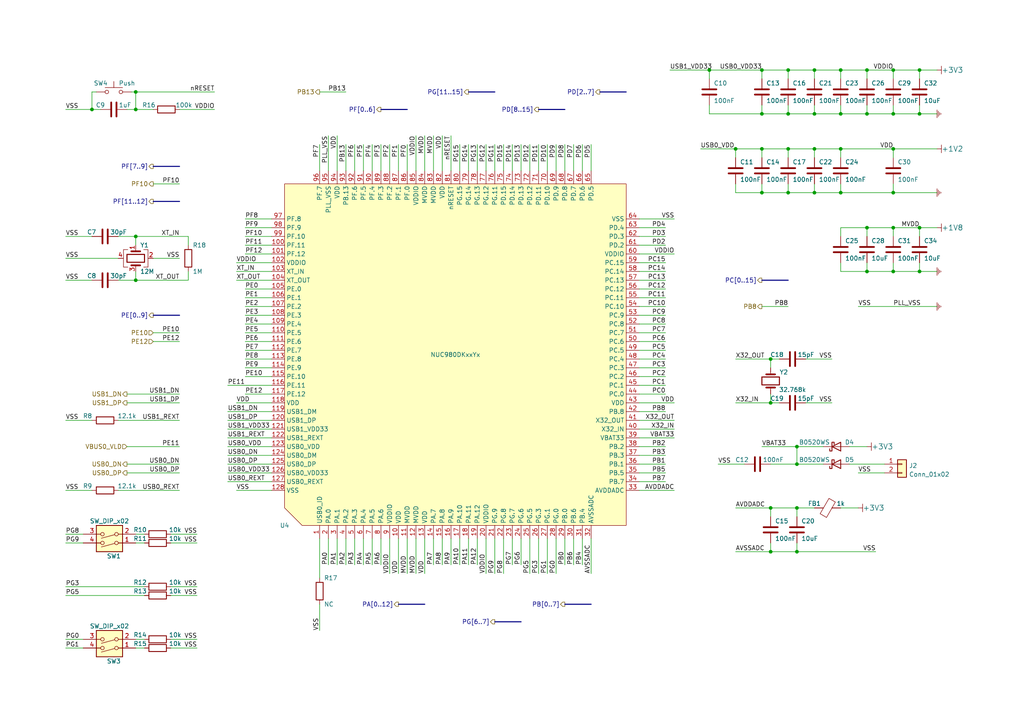
<source format=kicad_sch>
(kicad_sch (version 20230121) (generator eeschema)
  (paper "A4")
  (lib_symbols
    (symbol "0_power:+1V2" (power) (pin_names (offset 1.016))
      (property "Value" "+1V2" (at 0 1.27 0))
      (symbol "+1V2_1_1"
        (pin power_in line (at 0 -1.27 90) (length 0) hide (name "+1V2") (number "1"))
      )
    )
    (symbol "0_power:+1V8" (power) (pin_names (offset 1.016))
      (property "Value" "+1V8" (at 0 1.27 0))
      (symbol "+1V8_1_1"
        (pin power_in line (at 0 -1.27 90) (length 0) hide (name "+1V8") (number "1"))
      )
    )
    (symbol "0_power:+3V3" (power) (pin_names (offset 1.016))
      (property "Value" "+3V3" (at 0 1.27 0))
      (symbol "+3V3_1_1"
        (pin power_in line (at 0 -1.27 90) (length 0) hide (name "+3V3") (number "1"))
      )
    )
    (symbol "0_power:GND" (power) (pin_names (offset 1.016))
      (symbol "GND_1_1"
        (pin power_in line (at 0 0 270) (length 0) hide (name "GND") (number "1"))
      )
    )
    (symbol "0_ungrouped:NUC980DKxxYx"
      (property "Reference" "U" (at -49.53 -49.53 0))
      (property "Value" "NUC980DKxxYx" (at 0 0 0))
      (symbol "NUC980DKxxYx_1_1"
        (pin passive line (at -39.37 -53.34 90) (length 3.81) (name "USB0_ID") (number "1"))
        (pin passive line (at -16.51 -53.34 90) (length 3.81) (name "VDD") (number "10"))
        (pin passive line (at -53.34 31.75 0) (length 3.81) (name "PF.11") (number "100"))
        (pin passive line (at -53.34 29.21 0) (length 3.81) (name "PF.12") (number "101"))
        (pin passive line (at -53.34 26.67 0) (length 3.81) (name "VDDIO") (number "102"))
        (pin passive line (at -53.34 24.13 0) (length 3.81) (name "XT_IN") (number "103"))
        (pin passive line (at -53.34 21.59 0) (length 3.81) (name "XT_OUT") (number "104"))
        (pin passive line (at -53.34 19.05 0) (length 3.81) (name "PE.0") (number "105"))
        (pin passive line (at -53.34 16.51 0) (length 3.81) (name "PE.1") (number "106"))
        (pin passive line (at -53.34 13.97 0) (length 3.81) (name "PE.2") (number "107"))
        (pin passive line (at -53.34 11.43 0) (length 3.81) (name "PE.3") (number "108"))
        (pin passive line (at -53.34 8.89 0) (length 3.81) (name "PE.4") (number "109"))
        (pin passive line (at -13.97 -53.34 90) (length 3.81) (name "MVDD") (number "11"))
        (pin passive line (at -53.34 6.35 0) (length 3.81) (name "PE.5") (number "110"))
        (pin passive line (at -53.34 3.81 0) (length 3.81) (name "PE.6") (number "111"))
        (pin passive line (at -53.34 1.27 0) (length 3.81) (name "PE.7") (number "112"))
        (pin passive line (at -53.34 -1.27 0) (length 3.81) (name "PE.8") (number "113"))
        (pin passive line (at -53.34 -3.81 0) (length 3.81) (name "PE.9") (number "114"))
        (pin passive line (at -53.34 -6.35 0) (length 3.81) (name "PE.10") (number "115"))
        (pin passive line (at -53.34 -8.89 0) (length 3.81) (name "PE.11") (number "116"))
        (pin passive line (at -53.34 -11.43 0) (length 3.81) (name "PE.12") (number "117"))
        (pin passive line (at -53.34 -13.97 0) (length 3.81) (name "VDD") (number "118"))
        (pin passive line (at -53.34 -16.51 0) (length 3.81) (name "USB1_DM") (number "119"))
        (pin passive line (at -11.43 -53.34 90) (length 3.81) (name "MVDD") (number "12"))
        (pin passive line (at -53.34 -19.05 0) (length 3.81) (name "USB1_DP") (number "120"))
        (pin passive line (at -53.34 -21.59 0) (length 3.81) (name "USB1_VDD33") (number "121"))
        (pin passive line (at -53.34 -24.13 0) (length 3.81) (name "USB1_REXT") (number "122"))
        (pin passive line (at -53.34 -26.67 0) (length 3.81) (name "USB0_VDD") (number "123"))
        (pin passive line (at -53.34 -29.21 0) (length 3.81) (name "USB0_DM") (number "124"))
        (pin passive line (at -53.34 -31.75 0) (length 3.81) (name "USB0_DP") (number "125"))
        (pin passive line (at -53.34 -34.29 0) (length 3.81) (name "USB0_VDD33") (number "126"))
        (pin passive line (at -53.34 -36.83 0) (length 3.81) (name "USB0_REXT") (number "127"))
        (pin passive line (at -53.34 -39.37 0) (length 3.81) (name "VSS") (number "128"))
        (pin passive line (at -8.89 -53.34 90) (length 3.81) (name "VDD") (number "13"))
        (pin passive line (at -6.35 -53.34 90) (length 3.81) (name "PA.7") (number "14"))
        (pin passive line (at -3.81 -53.34 90) (length 3.81) (name "PA.8") (number "15"))
        (pin passive line (at -1.27 -53.34 90) (length 3.81) (name "PA.9") (number "16"))
        (pin passive line (at 1.27 -53.34 90) (length 3.81) (name "PA.10") (number "17"))
        (pin passive line (at 3.81 -53.34 90) (length 3.81) (name "PA.11") (number "18"))
        (pin passive line (at 6.35 -53.34 90) (length 3.81) (name "PA.12") (number "19"))
        (pin passive line (at -36.83 -53.34 90) (length 3.81) (name "PA.0") (number "2"))
        (pin passive line (at 8.89 -53.34 90) (length 3.81) (name "VDDIO") (number "20"))
        (pin passive line (at 11.43 -53.34 90) (length 3.81) (name "PG.9") (number "21"))
        (pin passive line (at 13.97 -53.34 90) (length 3.81) (name "PG.8") (number "22"))
        (pin passive line (at 16.51 -53.34 90) (length 3.81) (name "PG.7") (number "23"))
        (pin passive line (at 19.05 -53.34 90) (length 3.81) (name "PG.6") (number "24"))
        (pin passive line (at 21.59 -53.34 90) (length 3.81) (name "PG.5") (number "25"))
        (pin passive line (at 24.13 -53.34 90) (length 3.81) (name "PG.3") (number "26"))
        (pin passive line (at 26.67 -53.34 90) (length 3.81) (name "PG.1") (number "27"))
        (pin passive line (at 29.21 -53.34 90) (length 3.81) (name "PG.0") (number "28"))
        (pin passive line (at 31.75 -53.34 90) (length 3.81) (name "PB.0") (number "29"))
        (pin passive line (at -34.29 -53.34 90) (length 3.81) (name "PA.1") (number "3"))
        (pin passive line (at 34.29 -53.34 90) (length 3.81) (name "PB.6") (number "30"))
        (pin passive line (at 36.83 -53.34 90) (length 3.81) (name "PB.4") (number "31"))
        (pin passive line (at 39.37 -53.34 90) (length 3.81) (name "AVSSADC") (number "32"))
        (pin passive line (at 53.34 -39.37 180) (length 3.81) (name "AVDDADC") (number "33"))
        (pin passive line (at 53.34 -36.83 180) (length 3.81) (name "PB.7") (number "34"))
        (pin passive line (at 53.34 -34.29 180) (length 3.81) (name "PB.5") (number "35"))
        (pin passive line (at 53.34 -31.75 180) (length 3.81) (name "PB.1") (number "36"))
        (pin passive line (at 53.34 -29.21 180) (length 3.81) (name "PB.3") (number "37"))
        (pin passive line (at 53.34 -26.67 180) (length 3.81) (name "PB.2") (number "38"))
        (pin passive line (at 53.34 -24.13 180) (length 3.81) (name "VBAT33") (number "39"))
        (pin passive line (at -31.75 -53.34 90) (length 3.81) (name "PA.2") (number "4"))
        (pin passive line (at 53.34 -21.59 180) (length 3.81) (name "X32_IN") (number "40"))
        (pin passive line (at 53.34 -19.05 180) (length 3.81) (name "X32_OUT") (number "41"))
        (pin passive line (at 53.34 -16.51 180) (length 3.81) (name "PB.8") (number "42"))
        (pin passive line (at 53.34 -13.97 180) (length 3.81) (name "VDD") (number "43"))
        (pin passive line (at 53.34 -11.43 180) (length 3.81) (name "PC.0") (number "44"))
        (pin passive line (at 53.34 -8.89 180) (length 3.81) (name "PC.1") (number "45"))
        (pin passive line (at 53.34 -6.35 180) (length 3.81) (name "PC.2") (number "46"))
        (pin passive line (at 53.34 -3.81 180) (length 3.81) (name "PC.3") (number "47"))
        (pin passive line (at 53.34 -1.27 180) (length 3.81) (name "PC.4") (number "48"))
        (pin passive line (at 53.34 1.27 180) (length 3.81) (name "PC.5") (number "49"))
        (pin passive line (at -29.21 -53.34 90) (length 3.81) (name "PA.3") (number "5"))
        (pin passive line (at 53.34 3.81 180) (length 3.81) (name "PC.6") (number "50"))
        (pin passive line (at 53.34 6.35 180) (length 3.81) (name "PC.7") (number "51"))
        (pin passive line (at 53.34 8.89 180) (length 3.81) (name "PC.8") (number "52"))
        (pin passive line (at 53.34 11.43 180) (length 3.81) (name "PC.9") (number "53"))
        (pin passive line (at 53.34 13.97 180) (length 3.81) (name "PC.10") (number "54"))
        (pin passive line (at 53.34 16.51 180) (length 3.81) (name "PC.11") (number "55"))
        (pin passive line (at 53.34 19.05 180) (length 3.81) (name "PC.12") (number "56"))
        (pin passive line (at 53.34 21.59 180) (length 3.81) (name "PC.13") (number "57"))
        (pin passive line (at 53.34 24.13 180) (length 3.81) (name "PC.14") (number "58"))
        (pin passive line (at 53.34 26.67 180) (length 3.81) (name "PC.15") (number "59"))
        (pin passive line (at -26.67 -53.34 90) (length 3.81) (name "PA.4") (number "6"))
        (pin passive line (at 53.34 29.21 180) (length 3.81) (name "VDDIO") (number "60"))
        (pin passive line (at 53.34 31.75 180) (length 3.81) (name "PD.2") (number "61"))
        (pin passive line (at 53.34 34.29 180) (length 3.81) (name "PD.3") (number "62"))
        (pin passive line (at 53.34 36.83 180) (length 3.81) (name "PD.4") (number "63"))
        (pin passive line (at 53.34 39.37 180) (length 3.81) (name "VSS") (number "64"))
        (pin passive line (at 39.37 53.34 270) (length 3.81) (name "PD.5") (number "65"))
        (pin passive line (at 36.83 53.34 270) (length 3.81) (name "PD.6") (number "66"))
        (pin passive line (at 34.29 53.34 270) (length 3.81) (name "PD.7") (number "67"))
        (pin passive line (at 31.75 53.34 270) (length 3.81) (name "PD.8") (number "68"))
        (pin passive line (at 29.21 53.34 270) (length 3.81) (name "PD.9") (number "69"))
        (pin passive line (at -24.13 -53.34 90) (length 3.81) (name "PA.5") (number "7"))
        (pin passive line (at 26.67 53.34 270) (length 3.81) (name "PD.10") (number "70"))
        (pin passive line (at 24.13 53.34 270) (length 3.81) (name "PD.11") (number "71"))
        (pin passive line (at 21.59 53.34 270) (length 3.81) (name "PD.12") (number "72"))
        (pin passive line (at 19.05 53.34 270) (length 3.81) (name "PD.13") (number "73"))
        (pin passive line (at 16.51 53.34 270) (length 3.81) (name "PD.14") (number "74"))
        (pin passive line (at 13.97 53.34 270) (length 3.81) (name "PD.15") (number "75"))
        (pin passive line (at 11.43 53.34 270) (length 3.81) (name "PG.11") (number "76"))
        (pin passive line (at 8.89 53.34 270) (length 3.81) (name "PG.12") (number "77"))
        (pin passive line (at 6.35 53.34 270) (length 3.81) (name "PG.13") (number "78"))
        (pin passive line (at 3.81 53.34 270) (length 3.81) (name "PG.14") (number "79"))
        (pin passive line (at -21.59 -53.34 90) (length 3.81) (name "PA.6") (number "8"))
        (pin passive line (at 1.27 53.34 270) (length 3.81) (name "PG.15") (number "80"))
        (pin passive line (at -1.27 53.34 270) (length 3.81) (name "nRESET") (number "81"))
        (pin passive line (at -3.81 53.34 270) (length 3.81) (name "VDD") (number "82"))
        (pin passive line (at -6.35 53.34 270) (length 3.81) (name "MVDD") (number "83"))
        (pin passive line (at -8.89 53.34 270) (length 3.81) (name "MVDD") (number "84"))
        (pin passive line (at -11.43 53.34 270) (length 3.81) (name "VDDIO") (number "85"))
        (pin passive line (at -13.97 53.34 270) (length 3.81) (name "PF.0") (number "86"))
        (pin passive line (at -16.51 53.34 270) (length 3.81) (name "PF.1") (number "87"))
        (pin passive line (at -19.05 53.34 270) (length 3.81) (name "PF.2") (number "88"))
        (pin passive line (at -21.59 53.34 270) (length 3.81) (name "PF.3") (number "89"))
        (pin passive line (at -19.05 -53.34 90) (length 3.81) (name "VDDIO") (number "9"))
        (pin passive line (at -24.13 53.34 270) (length 3.81) (name "PF.4") (number "90"))
        (pin passive line (at -26.67 53.34 270) (length 3.81) (name "PF.5") (number "91"))
        (pin passive line (at -29.21 53.34 270) (length 3.81) (name "PF.6") (number "92"))
        (pin passive line (at -31.75 53.34 270) (length 3.81) (name "PB.13") (number "93"))
        (pin passive line (at -34.29 53.34 270) (length 3.81) (name "VDD") (number "94"))
        (pin passive line (at -36.83 53.34 270) (length 3.81) (name "PLL_VSS") (number "95"))
        (pin passive line (at -39.37 53.34 270) (length 3.81) (name "PF.7") (number "96"))
        (pin passive line (at -53.34 39.37 0) (length 3.81) (name "PF.8") (number "97"))
        (pin passive line (at -53.34 36.83 0) (length 3.81) (name "PF.9") (number "98"))
        (pin passive line (at -53.34 34.29 0) (length 3.81) (name "PF.10") (number "99"))
      )
    )
    (symbol "0_ungrouped:SW_Push" (pin_numbers hide) (pin_names (offset 1.016) hide)
      (property "Reference" "SW" (at 1.27 2.54 0))
      (property "Value" "SW_Push" (at 0 -1.524 0))
      (symbol "SW_Push_0_1"
        (pin passive line (at -5.08 0 0) (length 2.54) (name "1") (number "1"))
        (pin passive line (at 5.08 0 180) (length 2.54) (name "2") (number "2"))
      )
    )
    (symbol "Connector_Generic:Conn_01x02" (pin_names (offset 1.016) hide)
      (property "Reference" "J" (at 0 2.54 0))
      (property "Value" "Conn_01x02" (at 0 -5.08 0))
      (symbol "Conn_01x02_1_1"
        (pin passive line (at -5.08 0 0) (length 3.81) (name "Pin_1") (number "1"))
        (pin passive line (at -5.08 -2.54 0) (length 3.81) (name "Pin_2") (number "2"))
      )
    )
    (symbol "Device:C" (pin_numbers hide) (pin_names (offset 0.254))
      (property "Reference" "C" (at 0.635 2.54 0))
      (property "Value" "C" (at 0.635 -2.54 0))
      (symbol "C_1_1"
        (pin passive line (at 0 3.81 270) (length 2.794) (name "~") (number "1"))
        (pin passive line (at 0 -3.81 90) (length 2.794) (name "~") (number "2"))
      )
    )
    (symbol "Device:Crystal" (pin_numbers hide) (pin_names (offset 1.016) hide)
      (property "Reference" "Y" (at 0 3.81 0))
      (property "Value" "Crystal" (at 0 -3.81 0))
      (symbol "Crystal_1_1"
        (pin passive line (at -3.81 0 0) (length 1.27) (name "1") (number "1"))
        (pin passive line (at 3.81 0 180) (length 1.27) (name "2") (number "2"))
      )
    )
    (symbol "Device:Crystal_GND24" (pin_names (offset 1.016) hide)
      (property "Reference" "Y" (at 3.175 5.08 0))
      (property "Value" "Crystal_GND24" (at 3.175 3.175 0))
      (symbol "Crystal_GND24_1_1"
        (pin passive line (at -3.81 0 0) (length 1.27) (name "1") (number "1"))
        (pin passive line (at 0 5.08 270) (length 1.27) (name "2") (number "2"))
        (pin passive line (at 3.81 0 180) (length 1.27) (name "3") (number "3"))
        (pin passive line (at 0 -5.08 90) (length 1.27) (name "4") (number "4"))
      )
    )
    (symbol "Device:D_Schottky" (pin_numbers hide) (pin_names (offset 1.016) hide)
      (property "Reference" "D" (at 0 2.54 0))
      (property "Value" "D_Schottky" (at 0 -2.54 0))
      (symbol "D_Schottky_1_1"
        (pin passive line (at -3.81 0 0) (length 2.54) (name "K") (number "1"))
        (pin passive line (at 3.81 0 180) (length 2.54) (name "A") (number "2"))
      )
    )
    (symbol "Device:FerriteBead" (pin_numbers hide) (pin_names (offset 0))
      (property "Reference" "FB" (at -3.81 0.635 90))
      (property "Value" "FerriteBead" (at 3.81 0 90))
      (symbol "FerriteBead_1_1"
        (pin passive line (at 0 3.81 270) (length 2.54) (name "~") (number "1"))
        (pin passive line (at 0 -3.81 90) (length 2.54) (name "~") (number "2"))
      )
    )
    (symbol "Device:R" (pin_numbers hide) (pin_names (offset 0))
      (property "Reference" "R" (at 2.032 0 90))
      (property "Value" "R" (at 0 0 90))
      (symbol "R_1_1"
        (pin passive line (at 0 3.81 270) (length 1.27) (name "~") (number "1"))
        (pin passive line (at 0 -3.81 90) (length 1.27) (name "~") (number "2"))
      )
    )
    (symbol "Switch:SW_DIP_x02" (pin_names (offset 0) hide)
      (property "Reference" "SW" (at 0 6.35 0))
      (property "Value" "SW_DIP_x02" (at 0 -3.81 0))
      (symbol "SW_DIP_x02_1_1"
        (pin passive line (at -7.62 2.54 0) (length 5.08) (name "~") (number "1"))
        (pin passive line (at -7.62 0 0) (length 5.08) (name "~") (number "2"))
        (pin passive line (at 7.62 0 180) (length 5.08) (name "~") (number "3"))
        (pin passive line (at 7.62 2.54 180) (length 5.08) (name "~") (number "4"))
      )
    )
  )
  (junction (at 266.7 66.04))
  (junction (at 223.52 116.84))
  (junction (at 259.08 20.32))
  (junction (at 228.6 20.32))
  (junction (at 251.46 20.32))
  (junction (at 223.52 160.02))
  (junction (at 231.14 160.02))
  (junction (at 223.52 104.14))
  (junction (at 236.22 20.32))
  (junction (at 259.08 33.02))
  (junction (at 236.22 43.18))
  (junction (at 236.22 55.88))
  (junction (at 266.7 33.02))
  (junction (at 231.14 147.32))
  (junction (at 243.84 20.32))
  (junction (at 259.08 55.88))
  (junction (at 228.6 55.88))
  (junction (at 220.98 20.32))
  (junction (at 266.7 78.74))
  (junction (at 220.98 43.18))
  (junction (at 39.37 26.67))
  (junction (at 231.14 134.62))
  (junction (at 223.52 147.32))
  (junction (at 228.6 43.18))
  (junction (at 205.74 20.32))
  (junction (at 259.08 78.74))
  (junction (at 259.08 66.04))
  (junction (at 251.46 33.02))
  (junction (at 266.7 20.32))
  (junction (at 213.36 43.18))
  (junction (at 231.14 129.54))
  (junction (at 243.84 33.02))
  (junction (at 236.22 33.02))
  (junction (at 251.46 78.74))
  (junction (at 228.6 33.02))
  (junction (at 220.98 55.88))
  (junction (at 220.98 33.02))
  (junction (at 243.84 55.88))
  (junction (at 251.46 66.04))
  (junction (at 259.08 43.18))
  (junction (at 243.84 43.18))
  (junction (at 39.37 68.58))
  (junction (at 39.37 81.28))
  (junction (at 39.37 31.75))
  (junction (at 26.67 31.75))
  (wire (pts (xy 36.83 134.62) (xy 52.07 134.62)))
  (wire (pts (xy 107.95 41.91) (xy 107.95 49.53)))
  (wire (pts (xy 123.19 39.37) (xy 123.19 49.53)))
  (wire (pts (xy 238.76 129.54) (xy 231.14 129.54)))
  (wire (pts (xy 223.52 157.48) (xy 223.52 160.02)))
  (wire (pts (xy 39.37 71.12) (xy 39.37 68.58)))
  (wire (pts (xy 19.05 142.24) (xy 26.67 142.24)))
  (wire (pts (xy 228.6 43.18) (xy 228.6 45.72)))
  (wire (pts (xy 185.42 99.06) (xy 193.04 99.06)))
  (wire (pts (xy 71.12 109.22) (xy 78.74 109.22)))
  (wire (pts (xy 243.84 33.02) (xy 236.22 33.02)))
  (wire (pts (xy 233.68 104.14) (xy 241.3 104.14)))
  (wire (pts (xy 39.37 185.42) (xy 41.91 185.42)))
  (wire (pts (xy 228.6 55.88) (xy 236.22 55.88)))
  (wire (pts (xy 251.46 30.48) (xy 251.46 33.02)))
  (wire (pts (xy 236.22 30.48) (xy 236.22 33.02)))
  (wire (pts (xy 39.37 26.67) (xy 39.37 31.75)))
  (wire (pts (xy 62.23 31.75) (xy 52.07 31.75)))
  (wire (pts (xy 243.84 78.74) (xy 243.84 76.2)))
  (wire (pts (xy 95.25 39.37) (xy 95.25 49.53)))
  (wire (pts (xy 185.42 66.04) (xy 193.04 66.04)))
  (wire (pts (xy 220.98 20.32) (xy 228.6 20.32)))
  (wire (pts (xy 168.91 156.21) (xy 168.91 163.83)))
  (wire (pts (xy 228.6 53.34) (xy 228.6 55.88)))
  (wire (pts (xy 71.12 88.9) (xy 78.74 88.9)))
  (wire (pts (xy 223.52 104.14) (xy 223.52 106.68)))
  (wire (pts (xy 251.46 20.32) (xy 251.46 22.86)))
  (wire (pts (xy 259.08 20.32) (xy 259.08 22.86)))
  (wire (pts (xy 19.05 170.18) (xy 41.91 170.18)))
  (wire (pts (xy 243.84 43.18) (xy 259.08 43.18)))
  (wire (pts (xy 36.83 116.84) (xy 52.07 116.84)))
  (wire (pts (xy 259.08 53.34) (xy 259.08 55.88)))
  (wire (pts (xy 71.12 86.36) (xy 78.74 86.36)))
  (wire (pts (xy 259.08 55.88) (xy 271.78 55.88)))
  (wire (pts (xy 248.92 88.9) (xy 271.78 88.9)))
  (wire (pts (xy 66.04 129.54) (xy 78.74 129.54)))
  (wire (pts (xy 259.08 66.04) (xy 266.7 66.04)))
  (bus (pts (xy 173.99 26.67) (xy 181.61 26.67)))
  (wire (pts (xy 19.05 31.75) (xy 26.67 31.75)))
  (wire (pts (xy 243.84 147.32) (xy 248.92 147.32)))
  (wire (pts (xy 246.38 129.54) (xy 251.46 129.54)))
  (wire (pts (xy 19.05 154.94) (xy 24.13 154.94)))
  (wire (pts (xy 185.42 86.36) (xy 193.04 86.36)))
  (wire (pts (xy 97.79 156.21) (xy 97.79 163.83)))
  (bus (pts (xy 110.49 31.75) (xy 118.11 31.75)))
  (wire (pts (xy 19.05 187.96) (xy 24.13 187.96)))
  (wire (pts (xy 185.42 71.12) (xy 193.04 71.12)))
  (wire (pts (xy 185.42 142.24) (xy 195.58 142.24)))
  (wire (pts (xy 185.42 78.74) (xy 193.04 78.74)))
  (wire (pts (xy 19.05 157.48) (xy 24.13 157.48)))
  (wire (pts (xy 271.78 78.74) (xy 266.7 78.74)))
  (wire (pts (xy 102.87 41.91) (xy 102.87 49.53)))
  (wire (pts (xy 128.27 156.21) (xy 128.27 163.83)))
  (wire (pts (xy 220.98 43.18) (xy 213.36 43.18)))
  (wire (pts (xy 231.14 157.48) (xy 231.14 160.02)))
  (wire (pts (xy 185.42 124.46) (xy 195.58 124.46)))
  (wire (pts (xy 231.14 129.54) (xy 220.98 129.54)))
  (wire (pts (xy 259.08 43.18) (xy 271.78 43.18)))
  (wire (pts (xy 44.45 99.06) (xy 52.07 99.06)))
  (wire (pts (xy 95.25 156.21) (xy 95.25 163.83)))
  (wire (pts (xy 238.76 134.62) (xy 231.14 134.62)))
  (wire (pts (xy 205.74 30.48) (xy 205.74 33.02)))
  (wire (pts (xy 266.7 66.04) (xy 271.78 66.04)))
  (wire (pts (xy 266.7 33.02) (xy 271.78 33.02)))
  (wire (pts (xy 120.65 156.21) (xy 120.65 166.37)))
  (wire (pts (xy 68.58 78.74) (xy 78.74 78.74)))
  (wire (pts (xy 34.29 121.92) (xy 52.07 121.92)))
  (wire (pts (xy 26.67 26.67) (xy 26.67 31.75)))
  (wire (pts (xy 231.14 134.62) (xy 223.52 134.62)))
  (wire (pts (xy 220.98 53.34) (xy 220.98 55.88)))
  (wire (pts (xy 125.73 156.21) (xy 125.73 163.83)))
  (wire (pts (xy 194.31 20.32) (xy 205.74 20.32)))
  (wire (pts (xy 44.45 53.34) (xy 52.07 53.34)))
  (wire (pts (xy 215.9 134.62) (xy 208.28 134.62)))
  (wire (pts (xy 146.05 156.21) (xy 146.05 166.37)))
  (wire (pts (xy 66.04 119.38) (xy 78.74 119.38)))
  (wire (pts (xy 71.12 63.5) (xy 78.74 63.5)))
  (wire (pts (xy 19.05 172.72) (xy 41.91 172.72)))
  (wire (pts (xy 107.95 156.21) (xy 107.95 163.83)))
  (wire (pts (xy 220.98 88.9) (xy 228.6 88.9)))
  (wire (pts (xy 185.42 83.82) (xy 193.04 83.82)))
  (wire (pts (xy 19.05 81.28) (xy 26.67 81.28)))
  (wire (pts (xy 110.49 156.21) (xy 110.49 163.83)))
  (wire (pts (xy 44.45 96.52) (xy 52.07 96.52)))
  (wire (pts (xy 118.11 41.91) (xy 118.11 49.53)))
  (wire (pts (xy 138.43 156.21) (xy 138.43 163.83)))
  (wire (pts (xy 185.42 76.2) (xy 193.04 76.2)))
  (wire (pts (xy 102.87 156.21) (xy 102.87 163.83)))
  (wire (pts (xy 27.94 26.67) (xy 26.67 26.67)))
  (wire (pts (xy 66.04 121.92) (xy 78.74 121.92)))
  (wire (pts (xy 19.05 68.58) (xy 26.67 68.58)))
  (wire (pts (xy 228.6 20.32) (xy 236.22 20.32)))
  (wire (pts (xy 243.84 30.48) (xy 243.84 33.02)))
  (wire (pts (xy 246.38 134.62) (xy 256.54 134.62)))
  (wire (pts (xy 38.1 26.67) (xy 39.37 26.67)))
  (wire (pts (xy 220.98 43.18) (xy 220.98 45.72)))
  (wire (pts (xy 185.42 111.76) (xy 193.04 111.76)))
  (wire (pts (xy 220.98 20.32) (xy 205.74 20.32)))
  (wire (pts (xy 220.98 30.48) (xy 220.98 33.02)))
  (wire (pts (xy 49.53 172.72) (xy 57.15 172.72)))
  (wire (pts (xy 71.12 68.58) (xy 78.74 68.58)))
  (wire (pts (xy 259.08 43.18) (xy 259.08 45.72)))
  (wire (pts (xy 223.52 114.3) (xy 223.52 116.84)))
  (wire (pts (xy 39.37 31.75) (xy 36.83 31.75)))
  (wire (pts (xy 39.37 81.28) (xy 54.61 81.28)))
  (wire (pts (xy 123.19 156.21) (xy 123.19 166.37)))
  (wire (pts (xy 151.13 41.91) (xy 151.13 49.53)))
  (wire (pts (xy 130.81 39.37) (xy 130.81 49.53)))
  (wire (pts (xy 236.22 33.02) (xy 228.6 33.02)))
  (wire (pts (xy 266.7 30.48) (xy 266.7 33.02)))
  (wire (pts (xy 168.91 41.91) (xy 168.91 49.53)))
  (wire (pts (xy 39.37 78.74) (xy 39.37 81.28)))
  (wire (pts (xy 71.12 83.82) (xy 78.74 83.82)))
  (wire (pts (xy 143.51 41.91) (xy 143.51 49.53)))
  (bus (pts (xy 135.89 26.67) (xy 143.51 26.67)))
  (wire (pts (xy 146.05 41.91) (xy 146.05 49.53)))
  (wire (pts (xy 143.51 156.21) (xy 143.51 166.37)))
  (wire (pts (xy 71.12 99.06) (xy 78.74 99.06)))
  (wire (pts (xy 163.83 156.21) (xy 163.83 163.83)))
  (wire (pts (xy 158.75 156.21) (xy 158.75 166.37)))
  (wire (pts (xy 100.33 156.21) (xy 100.33 163.83)))
  (wire (pts (xy 130.81 156.21) (xy 130.81 163.83)))
  (wire (pts (xy 259.08 20.32) (xy 266.7 20.32)))
  (wire (pts (xy 39.37 157.48) (xy 41.91 157.48)))
  (wire (pts (xy 223.52 116.84) (xy 226.06 116.84)))
  (wire (pts (xy 166.37 41.91) (xy 166.37 49.53)))
  (wire (pts (xy 185.42 109.22) (xy 193.04 109.22)))
  (wire (pts (xy 115.57 156.21) (xy 115.57 166.37)))
  (wire (pts (xy 44.45 31.75) (xy 39.37 31.75)))
  (wire (pts (xy 71.12 93.98) (xy 78.74 93.98)))
  (wire (pts (xy 205.74 33.02) (xy 220.98 33.02)))
  (wire (pts (xy 133.35 41.91) (xy 133.35 49.53)))
  (wire (pts (xy 266.7 76.2) (xy 266.7 78.74)))
  (wire (pts (xy 54.61 78.74) (xy 54.61 81.28)))
  (wire (pts (xy 118.11 156.21) (xy 118.11 166.37)))
  (wire (pts (xy 153.67 41.91) (xy 153.67 49.53)))
  (wire (pts (xy 71.12 91.44) (xy 78.74 91.44)))
  (wire (pts (xy 231.14 129.54) (xy 231.14 134.62)))
  (wire (pts (xy 19.05 74.93) (xy 34.29 74.93)))
  (wire (pts (xy 125.73 39.37) (xy 125.73 49.53)))
  (wire (pts (xy 151.13 156.21) (xy 151.13 163.83)))
  (wire (pts (xy 110.49 41.91) (xy 110.49 49.53)))
  (wire (pts (xy 213.36 116.84) (xy 223.52 116.84)))
  (wire (pts (xy 92.71 41.91) (xy 92.71 49.53)))
  (wire (pts (xy 39.37 68.58) (xy 34.29 68.58)))
  (wire (pts (xy 236.22 20.32) (xy 236.22 22.86)))
  (wire (pts (xy 213.36 43.18) (xy 213.36 45.72)))
  (wire (pts (xy 251.46 33.02) (xy 243.84 33.02)))
  (wire (pts (xy 49.53 187.96) (xy 57.15 187.96)))
  (wire (pts (xy 185.42 119.38) (xy 193.04 119.38)))
  (wire (pts (xy 259.08 66.04) (xy 259.08 68.58)))
  (wire (pts (xy 185.42 88.9) (xy 193.04 88.9)))
  (wire (pts (xy 228.6 43.18) (xy 220.98 43.18)))
  (wire (pts (xy 243.84 43.18) (xy 243.84 45.72)))
  (wire (pts (xy 36.83 114.3) (xy 52.07 114.3)))
  (wire (pts (xy 248.92 137.16) (xy 256.54 137.16)))
  (wire (pts (xy 251.46 78.74) (xy 243.84 78.74)))
  (wire (pts (xy 228.6 20.32) (xy 228.6 22.86)))
  (wire (pts (xy 205.74 20.32) (xy 205.74 22.86)))
  (wire (pts (xy 44.45 74.93) (xy 52.07 74.93)))
  (wire (pts (xy 113.03 156.21) (xy 113.03 166.37)))
  (wire (pts (xy 266.7 20.32) (xy 271.78 20.32)))
  (wire (pts (xy 266.7 66.04) (xy 266.7 68.58)))
  (wire (pts (xy 231.14 160.02) (xy 254 160.02)))
  (wire (pts (xy 185.42 104.14) (xy 193.04 104.14)))
  (wire (pts (xy 105.41 156.21) (xy 105.41 163.83)))
  (bus (pts (xy 44.45 91.44) (xy 52.07 91.44)))
  (wire (pts (xy 66.04 134.62) (xy 78.74 134.62)))
  (wire (pts (xy 156.21 41.91) (xy 156.21 49.53)))
  (wire (pts (xy 135.89 41.91) (xy 135.89 49.53)))
  (wire (pts (xy 243.84 66.04) (xy 251.46 66.04)))
  (wire (pts (xy 71.12 101.6) (xy 78.74 101.6)))
  (wire (pts (xy 259.08 33.02) (xy 251.46 33.02)))
  (wire (pts (xy 231.14 147.32) (xy 231.14 149.86)))
  (wire (pts (xy 68.58 81.28) (xy 78.74 81.28)))
  (wire (pts (xy 135.89 156.21) (xy 135.89 163.83)))
  (wire (pts (xy 236.22 55.88) (xy 243.84 55.88)))
  (wire (pts (xy 220.98 33.02) (xy 228.6 33.02)))
  (wire (pts (xy 26.67 31.75) (xy 29.21 31.75)))
  (wire (pts (xy 231.14 147.32) (xy 236.22 147.32)))
  (wire (pts (xy 92.71 175.26) (xy 92.71 182.88)))
  (bus (pts (xy 143.51 180.34) (xy 151.13 180.34)))
  (wire (pts (xy 133.35 156.21) (xy 133.35 163.83)))
  (wire (pts (xy 213.36 53.34) (xy 213.36 55.88)))
  (wire (pts (xy 185.42 96.52) (xy 193.04 96.52)))
  (wire (pts (xy 213.36 160.02) (xy 223.52 160.02)))
  (wire (pts (xy 66.04 139.7) (xy 78.74 139.7)))
  (wire (pts (xy 243.84 53.34) (xy 243.84 55.88)))
  (wire (pts (xy 140.97 156.21) (xy 140.97 166.37)))
  (wire (pts (xy 49.53 157.48) (xy 57.15 157.48)))
  (wire (pts (xy 113.03 41.91) (xy 113.03 49.53)))
  (wire (pts (xy 185.42 101.6) (xy 193.04 101.6)))
  (wire (pts (xy 66.04 124.46) (xy 78.74 124.46)))
  (wire (pts (xy 105.41 41.91) (xy 105.41 49.53)))
  (wire (pts (xy 156.21 156.21) (xy 156.21 166.37)))
  (wire (pts (xy 226.06 104.14) (xy 223.52 104.14)))
  (wire (pts (xy 39.37 68.58) (xy 54.61 68.58)))
  (wire (pts (xy 148.59 41.91) (xy 148.59 49.53)))
  (wire (pts (xy 223.52 147.32) (xy 223.52 149.86)))
  (wire (pts (xy 243.84 66.04) (xy 243.84 68.58)))
  (wire (pts (xy 223.52 160.02) (xy 231.14 160.02)))
  (wire (pts (xy 220.98 55.88) (xy 228.6 55.88)))
  (bus (pts (xy 156.21 31.75) (xy 163.83 31.75)))
  (wire (pts (xy 161.29 41.91) (xy 161.29 49.53)))
  (wire (pts (xy 185.42 114.3) (xy 193.04 114.3)))
  (wire (pts (xy 171.45 156.21) (xy 171.45 166.37)))
  (wire (pts (xy 36.83 137.16) (xy 52.07 137.16)))
  (wire (pts (xy 68.58 116.84) (xy 78.74 116.84)))
  (wire (pts (xy 54.61 68.58) (xy 54.61 71.12)))
  (wire (pts (xy 19.05 121.92) (xy 26.67 121.92)))
  (wire (pts (xy 49.53 154.94) (xy 57.15 154.94)))
  (wire (pts (xy 266.7 20.32) (xy 266.7 22.86)))
  (wire (pts (xy 185.42 81.28) (xy 193.04 81.28)))
  (wire (pts (xy 185.42 91.44) (xy 193.04 91.44)))
  (wire (pts (xy 213.36 55.88) (xy 220.98 55.88)))
  (wire (pts (xy 39.37 81.28) (xy 34.29 81.28)))
  (bus (pts (xy 220.98 81.28) (xy 228.6 81.28)))
  (wire (pts (xy 97.79 39.37) (xy 97.79 49.53)))
  (wire (pts (xy 39.37 187.96) (xy 41.91 187.96)))
  (wire (pts (xy 66.04 111.76) (xy 78.74 111.76)))
  (wire (pts (xy 153.67 156.21) (xy 153.67 166.37)))
  (wire (pts (xy 185.42 116.84) (xy 195.58 116.84)))
  (wire (pts (xy 185.42 68.58) (xy 193.04 68.58)))
  (wire (pts (xy 251.46 66.04) (xy 259.08 66.04)))
  (wire (pts (xy 259.08 30.48) (xy 259.08 33.02)))
  (wire (pts (xy 213.36 104.14) (xy 223.52 104.14)))
  (wire (pts (xy 243.84 20.32) (xy 251.46 20.32)))
  (wire (pts (xy 100.33 41.91) (xy 100.33 49.53)))
  (wire (pts (xy 148.59 156.21) (xy 148.59 163.83)))
  (wire (pts (xy 236.22 20.32) (xy 243.84 20.32)))
  (wire (pts (xy 34.29 142.24) (xy 52.07 142.24)))
  (wire (pts (xy 166.37 156.21) (xy 166.37 163.83)))
  (wire (pts (xy 266.7 33.02) (xy 259.08 33.02)))
  (wire (pts (xy 185.42 134.62) (xy 193.04 134.62)))
  (wire (pts (xy 71.12 106.68) (xy 78.74 106.68)))
  (wire (pts (xy 185.42 73.66) (xy 195.58 73.66)))
  (wire (pts (xy 185.42 137.16) (xy 193.04 137.16)))
  (wire (pts (xy 71.12 114.3) (xy 78.74 114.3)))
  (wire (pts (xy 120.65 39.37) (xy 120.65 49.53)))
  (wire (pts (xy 243.84 20.32) (xy 243.84 22.86)))
  (wire (pts (xy 140.97 41.91) (xy 140.97 49.53)))
  (bus (pts (xy 163.83 175.26) (xy 171.45 175.26)))
  (wire (pts (xy 138.43 41.91) (xy 138.43 49.53)))
  (wire (pts (xy 266.7 78.74) (xy 259.08 78.74)))
  (wire (pts (xy 66.04 132.08) (xy 78.74 132.08)))
  (wire (pts (xy 259.08 78.74) (xy 251.46 78.74)))
  (bus (pts (xy 44.45 48.26) (xy 52.07 48.26)))
  (wire (pts (xy 128.27 39.37) (xy 128.27 49.53)))
  (wire (pts (xy 228.6 30.48) (xy 228.6 33.02)))
  (wire (pts (xy 185.42 139.7) (xy 193.04 139.7)))
  (wire (pts (xy 92.71 156.21) (xy 92.71 167.64)))
  (wire (pts (xy 71.12 104.14) (xy 78.74 104.14)))
  (wire (pts (xy 185.42 132.08) (xy 193.04 132.08)))
  (bus (pts (xy 44.45 58.42) (xy 52.07 58.42)))
  (wire (pts (xy 71.12 71.12) (xy 78.74 71.12)))
  (wire (pts (xy 259.08 76.2) (xy 259.08 78.74)))
  (wire (pts (xy 185.42 63.5) (xy 195.58 63.5)))
  (wire (pts (xy 243.84 43.18) (xy 236.22 43.18)))
  (wire (pts (xy 68.58 76.2) (xy 78.74 76.2)))
  (wire (pts (xy 158.75 41.91) (xy 158.75 49.53)))
  (bus (pts (xy 115.57 175.26) (xy 123.19 175.26)))
  (wire (pts (xy 39.37 154.94) (xy 41.91 154.94)))
  (wire (pts (xy 36.83 129.54) (xy 52.07 129.54)))
  (wire (pts (xy 251.46 20.32) (xy 259.08 20.32)))
  (wire (pts (xy 185.42 93.98) (xy 193.04 93.98)))
  (wire (pts (xy 236.22 43.18) (xy 236.22 45.72)))
  (wire (pts (xy 161.29 156.21) (xy 161.29 166.37)))
  (wire (pts (xy 231.14 147.32) (xy 223.52 147.32)))
  (wire (pts (xy 71.12 66.04) (xy 78.74 66.04)))
  (wire (pts (xy 92.71 26.67) (xy 100.33 26.67)))
  (wire (pts (xy 203.2 43.18) (xy 213.36 43.18)))
  (wire (pts (xy 71.12 96.52) (xy 78.74 96.52)))
  (wire (pts (xy 236.22 53.34) (xy 236.22 55.88)))
  (wire (pts (xy 68.58 142.24) (xy 78.74 142.24)))
  (wire (pts (xy 19.05 185.42) (xy 24.13 185.42)))
  (wire (pts (xy 39.37 26.67) (xy 62.23 26.67)))
  (wire (pts (xy 251.46 76.2) (xy 251.46 78.74)))
  (wire (pts (xy 236.22 43.18) (xy 228.6 43.18)))
  (wire (pts (xy 185.42 106.68) (xy 193.04 106.68)))
  (wire (pts (xy 185.42 127) (xy 195.58 127)))
  (wire (pts (xy 49.53 170.18) (xy 57.15 170.18)))
  (wire (pts (xy 66.04 127) (xy 78.74 127)))
  (wire (pts (xy 71.12 73.66) (xy 78.74 73.66)))
  (wire (pts (xy 163.83 41.91) (xy 163.83 49.53)))
  (wire (pts (xy 220.98 20.32) (xy 220.98 22.86)))
  (wire (pts (xy 243.84 55.88) (xy 259.08 55.88)))
  (wire (pts (xy 66.04 137.16) (xy 78.74 137.16)))
  (wire (pts (xy 213.36 147.32) (xy 223.52 147.32)))
  (wire (pts (xy 233.68 116.84) (xy 241.3 116.84)))
  (wire (pts (xy 171.45 41.91) (xy 171.45 49.53)))
  (wire (pts (xy 115.57 41.91) (xy 115.57 49.53)))
  (wire (pts (xy 251.46 68.58) (xy 251.46 66.04)))
  (wire (pts (xy 185.42 129.54) (xy 193.04 129.54)))
  (wire (pts (xy 49.53 185.42) (xy 57.15 185.42)))
  (wire (pts (xy 185.42 121.92) (xy 195.58 121.92)))
  (label "USB1_DP" (at 66.04 121.92 0))
  (label "USB1_REXT" (at 52.07 121.92 180))
  (label "PD10" (at 158.75 41.91 270))
  (label "PG11" (at 143.51 41.91 270))
  (label "PF3" (at 110.49 41.91 270))
  (label "PF0" (at 118.11 41.91 270))
  (label "PD5" (at 171.45 41.91 270))
  (label "VSS" (at 241.3 104.14 180))
  (label "nRESET" (at 130.81 39.37 270))
  (label "VDDIO" (at 120.65 39.37 270))
  (label "PG5" (at 153.67 166.37 90))
  (label "VSS" (at 57.15 187.96 180))
  (label "VSS" (at 19.05 68.58 0))
  (label "VSS" (at 57.15 185.42 180))
  (label "PF7" (at 92.71 41.91 270))
  (label "PG9" (at 143.51 166.37 90))
  (label "PE7" (at 71.12 101.6 0))
  (label "PE6" (at 71.12 99.06 0))
  (label "VSS" (at 248.92 137.16 0))
  (label "PD13" (at 151.13 41.91 270))
  (label "PD3" (at 193.04 68.58 180))
  (label "PB5" (at 193.04 137.16 180))
  (label "USB1_REXT" (at 66.04 127 0))
  (label "USB1_VDD33" (at 66.04 124.46 0))
  (label "USB0_VDD" (at 203.2 43.18 0))
  (label "PG15" (at 133.35 41.91 270))
  (label "USB0_DN" (at 52.07 134.62 180))
  (label "PE10" (at 52.07 96.52 180))
  (label "PC4" (at 193.04 104.14 180))
  (label "PG8" (at 19.05 154.94 0))
  (label "PA8" (at 128.27 163.83 90))
  (label "VDDIO" (at 113.03 166.37 90))
  (label "PC15" (at 193.04 76.2 180))
  (label "PC10" (at 193.04 88.9 180))
  (label "PA9" (at 130.81 163.83 90))
  (label "PB7" (at 193.04 139.7 180))
  (label "PD4" (at 193.04 66.04 180))
  (label "USB1_VDD33" (at 194.31 20.32 0))
  (label "PA10" (at 133.35 163.83 90))
  (label "PC2" (at 193.04 109.22 180))
  (label "PD11" (at 156.21 41.91 270))
  (label "XT_OUT" (at 68.58 81.28 0))
  (label "VSS" (at 19.05 74.93 0))
  (label "VDDIO" (at 140.97 166.37 90))
  (label "PA7" (at 125.73 163.83 90))
  (label "X32_IN" (at 213.36 116.84 0))
  (label "MVDD" (at 125.73 39.37 270))
  (label "PF5" (at 105.41 41.91 270))
  (label "VDD" (at 259.08 43.18 180))
  (label "PC9" (at 193.04 91.44 180))
  (label "AVDDADC" (at 213.36 147.32 0))
  (label "PC13" (at 193.04 81.28 180))
  (label "USB0_VDD" (at 66.04 129.54 0))
  (label "PB13" (at 100.33 41.91 270))
  (label "USB0_VDD33" (at 66.04 137.16 0))
  (label "PA11" (at 135.89 163.83 90))
  (label "PG0" (at 19.05 185.42 0))
  (label "PA3" (at 102.87 163.83 90))
  (label "PC5" (at 193.04 101.6 180))
  (label "USB1_DN" (at 66.04 119.38 0))
  (label "PE11" (at 52.07 129.54 180))
  (label "PF8" (at 71.12 63.5 0))
  (label "VSS" (at 92.71 182.88 90))
  (label "PF1" (at 115.57 41.91 270))
  (label "VDDIO" (at 68.58 76.2 0))
  (label "PC8" (at 193.04 93.98 180))
  (label "X32_OUT" (at 213.36 104.14 0))
  (label "VSS" (at 57.15 157.48 180))
  (label "PB1" (at 193.04 134.62 180))
  (label "VDD" (at 115.57 166.37 90))
  (label "PB4" (at 168.91 163.83 90))
  (label "MVDD" (at 266.7 66.04 180))
  (label "PF11" (at 71.12 71.12 0))
  (label "PA1" (at 97.79 163.83 90))
  (label "USB0_REXT" (at 66.04 139.7 0))
  (label "XT_IN" (at 52.07 68.58 180))
  (label "VDD" (at 68.58 116.84 0))
  (label "PD6" (at 168.91 41.91 270))
  (label "USB0_DP" (at 66.04 134.62 0))
  (label "PB13" (at 100.33 26.67 180))
  (label "PG9" (at 19.05 157.48 0))
  (label "PG8" (at 146.05 166.37 90))
  (label "PB6" (at 166.37 163.83 90))
  (label "PE1" (at 71.12 86.36 0))
  (label "PC6" (at 193.04 99.06 180))
  (label "USB0_REXT" (at 52.07 142.24 180))
  (label "PG3" (at 156.21 166.37 90))
  (label "PA6" (at 110.49 163.83 90))
  (label "USB0_VDD33" (at 220.98 20.32 180))
  (label "PD12" (at 153.67 41.91 270))
  (label "PG7" (at 148.59 163.83 90))
  (label "PD8" (at 163.83 41.91 270))
  (label "MVDD" (at 123.19 39.37 270))
  (label "VSS" (at 254 160.02 180))
  (label "PA2" (at 100.33 163.83 90))
  (label "PD14" (at 148.59 41.91 270))
  (label "VDD" (at 128.27 39.37 270))
  (label "VDD" (at 123.19 166.37 90))
  (label "PLL_VSS" (at 259.08 88.9 0))
  (label "PE12" (at 52.07 99.06 180))
  (label "PF10" (at 52.07 53.34 180))
  (label "VDDIO" (at 195.58 73.66 180))
  (label "PF10" (at 71.12 68.58 0))
  (label "PA5" (at 107.95 163.83 90))
  (label "PD7" (at 166.37 41.91 270))
  (label "USB0_DP" (at 52.07 137.16 180))
  (label "PA0" (at 95.25 163.83 90))
  (label "PD9" (at 161.29 41.91 270))
  (label "PE11" (at 66.04 111.76 0))
  (label "AVSSADC" (at 171.45 166.37 90))
  (label "VDDIO" (at 259.08 20.32 180))
  (label "PE9" (at 71.12 106.68 0))
  (label "PF9" (at 71.12 66.04 0))
  (label "PE0" (at 71.12 83.82 0))
  (label "VSS" (at 19.05 142.24 0))
  (label "VSS" (at 52.07 74.93 180))
  (label "PG5" (at 19.05 172.72 0))
  (label "VSS" (at 57.15 172.72 180))
  (label "USB1_DP" (at 52.07 116.84 180))
  (label "PE4" (at 71.12 93.98 0))
  (label "VSS" (at 248.92 88.9 0))
  (label "XT_OUT" (at 52.07 81.28 180))
  (label "PA4" (at 105.41 163.83 90))
  (label "XT_IN" (at 68.58 78.74 0))
  (label "VSS" (at 57.15 154.94 180))
  (label "PG13" (at 138.43 41.91 270))
  (label "USB1_DN" (at 52.07 114.3 180))
  (label "PG12" (at 140.97 41.91 270))
  (label "PA12" (at 138.43 163.83 90))
  (label "nRESET" (at 62.23 26.67 180))
  (label "PC7" (at 193.04 96.52 180))
  (label "VBAT33" (at 195.58 127 180))
  (label "VSS" (at 208.28 134.62 0))
  (label "VSS" (at 241.3 116.84 180))
  (label "PC11" (at 193.04 86.36 180))
  (label "PG6" (at 151.13 163.83 90))
  (label "PC3" (at 193.04 106.68 180))
  (label "MVDD" (at 120.65 166.37 90))
  (label "PF6" (at 102.87 41.91 270))
  (label "AVSSADC" (at 213.36 160.02 0))
  (label "PE5" (at 71.12 96.52 0))
  (label "PB0" (at 163.83 163.83 90))
  (label "VSS" (at 195.58 63.5 180))
  (label "PC1" (at 193.04 111.76 180))
  (label "PE2" (at 71.12 88.9 0))
  (label "PG3" (at 19.05 170.18 0))
  (label "PG1" (at 19.05 187.96 0))
  (label "X32_IN" (at 195.58 124.46 180))
  (label "PB2" (at 193.04 129.54 180))
  (label "VSS" (at 19.05 121.92 0))
  (label "PB8" (at 228.6 88.9 180))
  (label "VDDIO" (at 62.23 31.75 180))
  (label "PG0" (at 161.29 166.37 90))
  (label "PG1" (at 158.75 166.37 90))
  (label "PC0" (at 193.04 114.3 180))
  (label "VSS" (at 19.05 31.75 0))
  (label "PD2" (at 193.04 71.12 180))
  (label "PLL_VSS" (at 95.25 39.37 270))
  (label "VSS" (at 68.58 142.24 0))
  (label "VBAT33" (at 220.98 129.54 0))
  (label "PE3" (at 71.12 91.44 0))
  (label "VSS" (at 19.05 81.28 0))
  (label "PD15" (at 146.05 41.91 270))
  (label "VSS" (at 57.15 170.18 180))
  (label "X32_OUT" (at 195.58 121.92 180))
  (label "PF4" (at 107.95 41.91 270))
  (label "USB0_DN" (at 66.04 132.08 0))
  (label "PF12" (at 71.12 73.66 0))
  (label "PC14" (at 193.04 78.74 180))
  (label "PE12" (at 71.12 114.3 0))
  (label "PE10" (at 71.12 109.22 0))
  (label "AVDDADC" (at 195.58 142.24 180))
  (label "PC12" (at 193.04 83.82 180))
  (label "PB8" (at 193.04 119.38 180))
  (label "VDD" (at 195.58 116.84 180))
  (label "PB3" (at 193.04 132.08 180))
  (label "PG14" (at 135.89 41.91 270))
  (label "VDD" (at 97.79 39.37 270))
  (label "PF2" (at 113.03 41.91 270))
  (label "MVDD" (at 118.11 166.37 90))
  (label "PE8" (at 71.12 104.14 0))
  (hierarchical_label "PF[11..12]" (shape output) (at 44.45 58.42 180))
  (hierarchical_label "PB13" (shape output) (at 92.71 26.67 180))
  (hierarchical_label "PF[0..6]" (shape output) (at 110.49 31.75 180))
  (hierarchical_label "PE10" (shape input) (at 44.45 96.52 180))
  (hierarchical_label "PF10" (shape output) (at 44.45 53.34 180))
  (hierarchical_label "PD[8..15]" (shape output) (at 156.21 31.75 180))
  (hierarchical_label "PG[6..7]" (shape output) (at 143.51 180.34 180))
  (hierarchical_label "USB0_DP" (shape output) (at 36.83 137.16 180))
  (hierarchical_label "PB8" (shape output) (at 220.98 88.9 180))
  (hierarchical_label "USB1_DP" (shape output) (at 36.83 116.84 180))
  (hierarchical_label "PF[7..9]" (shape output) (at 44.45 48.26 180))
  (hierarchical_label "PD[2..7]" (shape output) (at 173.99 26.67 180))
  (hierarchical_label "VBUS0_VLD" (shape input) (at 36.83 129.54 180))
  (hierarchical_label "PA[0..12]" (shape output) (at 115.57 175.26 180))
  (hierarchical_label "PG[11..15]" (shape output) (at 135.89 26.67 180))
  (hierarchical_label "USB1_DN" (shape output) (at 36.83 114.3 180))
  (hierarchical_label "PC[0..15]" (shape output) (at 220.98 81.28 180))
  (hierarchical_label "PB[0..7]" (shape output) (at 163.83 175.26 180))
  (hierarchical_label "PE[0..9]" (shape output) (at 44.45 91.44 180))
  (hierarchical_label "USB0_DN" (shape output) (at 36.83 134.62 180))
  (hierarchical_label "PE12" (shape input) (at 44.45 99.06 180))
  (symbol (lib_id "Device:C") (at 236.22 49.53 0) (unit 1)
    (property "Reference" "C22" (at 237.49 46.99 0) (effects (justify left)))
    (property "Value" "100nF" (at 237.49 52.07 0) (effects (justify left)))
    (property "Footprint" "Capacitor_SMD:C_0603_1608Metric" (effects hide))
  )
  (symbol (lib_id "Device:R") (at 54.61 74.93 0) (unit 1)
    (property "Reference" "R18" (at 55.88 71.12 0) (effects (justify left)))
    (property "Value" "1M" (at 55.88 78.74 0) (effects (justify left)))
    (property "Footprint" "Resistor_SMD:R_0603_1608Metric" (effects hide))
  )
  (symbol (lib_id "Device:C") (at 228.6 26.67 0) (unit 1)
    (property "Reference" "C16" (at 229.87 24.13 0) (effects (justify left)))
    (property "Value" "100nF" (at 229.87 29.21 0) (effects (justify left)))
    (property "Footprint" "Capacitor_SMD:C_0603_1608Metric" (effects hide))
  )
  (symbol (lib_id "Device:C") (at 229.87 116.84 90) (unit 1)
    (property "Reference" "C19" (at 227.33 115.57 90) (effects (justify left)))
    (property "Value" "15pF" (at 236.22 115.57 90) (effects (justify left)))
    (property "Footprint" "Capacitor_SMD:C_0603_1608Metric" (effects hide))
  )
  (symbol (lib_id "Device:C") (at 266.7 72.39 0) (unit 1)
    (property "Reference" "C34" (at 267.97 69.85 0) (effects (justify left)))
    (property "Value" "10uF" (at 267.97 74.93 0) (effects (justify left)))
    (property "Footprint" "Capacitor_SMD:C_0805_2012Metric" (effects hide))
  )
  (symbol (lib_id "Device:R") (at 48.26 31.75 90) (unit 1)
    (property "Reference" "R16" (at 43.18 30.48 90))
    (property "Value" "100k" (at 53.34 30.48 90))
    (property "Footprint" "Resistor_SMD:R_0603_1608Metric" (effects hide))
  )
  (symbol (lib_id "0_power:+3V3") (at 250.19 147.32 270) (unit 1)
    (property "Reference" "#PWR0135" (effects hide))
    (property "Value" "+3V3" (at 250.19 147.32 90) (effects (font (size 1.524 1.524)) (justify left)))
  )
  (symbol (lib_id "0_power:+1V8") (at 273.05 66.04 270) (unit 1)
    (property "Reference" "#PWR0132" (effects hide))
    (property "Value" "+1V8" (at 273.05 66.04 90) (effects (font (size 1.524 1.524)) (justify left)))
  )
  (symbol (lib_id "Device:Crystal") (at 223.52 110.49 90) (unit 1)
    (property "Reference" "Y2" (at 227.33 107.95 90))
    (property "Value" "32.768k" (at 229.87 113.03 90))
    (property "Footprint" "0_ungrouped:Crystal_SMD_3215-2Pin_3.2x1.5mm" (effects hide))
  )
  (symbol (lib_id "Device:C") (at 243.84 72.39 0) (unit 1)
    (property "Reference" "C25" (at 245.11 69.85 0) (effects (justify left)))
    (property "Value" "100nF" (at 245.11 74.93 0) (effects (justify left)))
    (property "Footprint" "Capacitor_SMD:C_0603_1608Metric" (effects hide))
  )
  (symbol (lib_id "Device:D_Schottky") (at 242.57 129.54 0) (mirror x) (unit 1)
    (property "Reference" "D4" (at 246.38 128.27 0))
    (property "Value" "B0520WS" (at 236.22 128.27 0))
    (property "Footprint" "Diode_SMD:D_SOD-323" (effects hide))
  )
  (symbol (lib_id "Device:C") (at 229.87 104.14 90) (unit 1)
    (property "Reference" "C18" (at 227.33 102.87 90) (effects (justify left)))
    (property "Value" "15pF" (at 236.22 102.87 90) (effects (justify left)))
    (property "Footprint" "Capacitor_SMD:C_0603_1608Metric" (effects hide))
  )
  (symbol (lib_id "Device:FerriteBead") (at 240.03 147.32 270) (unit 1)
    (property "Reference" "FB1" (at 236.22 146.05 90))
    (property "Value" "1k" (at 243.84 146.05 90))
    (property "Footprint" "Inductor_SMD:L_0603_1608Metric" (effects hide))
  )
  (symbol (lib_id "0_ungrouped:SW_Push") (at 33.02 26.67 0) (mirror y) (unit 1)
    (property "Reference" "SW4" (at 29.21 24.13 0))
    (property "Value" "Push" (at 36.83 24.13 0))
    (property "Footprint" "Button_Switch_SMD:SW_SPST_CK_RS282G05A3" (effects hide))
  )
  (symbol (lib_id "0_power:+3V3") (at 273.05 20.32 270) (unit 1)
    (property "Reference" "#PWR0128" (effects hide))
    (property "Value" "+3V3" (at 273.05 20.32 90) (effects (font (size 1.524 1.524)) (justify left)))
  )
  (symbol (lib_id "Device:C") (at 220.98 49.53 0) (unit 1)
    (property "Reference" "C14" (at 222.25 46.99 0) (effects (justify left)))
    (property "Value" "100nF" (at 222.25 52.07 0) (effects (justify left)))
    (property "Footprint" "Capacitor_SMD:C_0603_1608Metric" (effects hide))
  )
  (symbol (lib_id "0_power:GND") (at 271.78 88.9 90) (unit 1)
    (property "Reference" "#PWR0134" (effects hide))
    (property "Value" "GND" (effects hide))
  )
  (symbol (lib_id "0_power:GND") (at 271.78 78.74 90) (unit 1)
    (property "Reference" "#PWR0133" (effects hide))
    (property "Value" "GND" (effects hide))
  )
  (symbol (lib_id "Device:C") (at 219.71 134.62 90) (unit 1)
    (property "Reference" "C12" (at 217.17 133.35 90) (effects (justify left)))
    (property "Value" "100nF" (at 227.33 133.35 90) (effects (justify left)))
    (property "Footprint" "Capacitor_SMD:C_0603_1608Metric" (effects hide))
  )
  (symbol (lib_id "Connector_Generic:Conn_01x02") (at 261.62 134.62 0) (unit 1)
    (property "Reference" "J2" (at 263.652 135.0553 0) (effects (justify left)))
    (property "Value" "Conn_01x02" (at 263.652 137.5922 0) (effects (justify left)))
    (property "Footprint" "Connector_PinHeader_2.54mm:PinHeader_1x02_P2.54mm_Vertical" (effects hide))
  )
  (symbol (lib_id "Device:C") (at 205.74 26.67 0) (unit 1)
    (property "Reference" "C10" (at 207.01 24.13 0) (effects (justify left)))
    (property "Value" "100nF" (at 207.01 29.21 0) (effects (justify left)))
    (property "Footprint" "Capacitor_SMD:C_0603_1608Metric" (effects hide))
  )
  (symbol (lib_id "Device:D_Schottky") (at 242.57 134.62 0) (mirror x) (unit 1)
    (property "Reference" "D5" (at 246.38 133.35 0))
    (property "Value" "B0520WS" (at 236.22 133.35 0))
    (property "Footprint" "Diode_SMD:D_SOD-323" (effects hide))
  )
  (symbol (lib_id "Device:C") (at 30.48 81.28 90) (unit 1)
    (property "Reference" "C8" (at 27.94 80.01 90) (effects (justify left)))
    (property "Value" "30pF" (at 36.83 80.01 90) (effects (justify left)))
    (property "Footprint" "Capacitor_SMD:C_0603_1608Metric" (effects hide))
  )
  (symbol (lib_id "Device:R") (at 45.72 187.96 90) (unit 1)
    (property "Reference" "R15" (at 40.64 186.69 90))
    (property "Value" "10k" (at 50.8 186.69 90))
    (property "Footprint" "Resistor_SMD:R_0603_1608Metric" (effects hide))
  )
  (symbol (lib_id "Device:C") (at 243.84 49.53 0) (unit 1)
    (property "Reference" "C24" (at 245.11 46.99 0) (effects (justify left)))
    (property "Value" "100nF" (at 245.11 52.07 0) (effects (justify left)))
    (property "Footprint" "Capacitor_SMD:C_0603_1608Metric" (effects hide))
  )
  (symbol (lib_id "Device:C") (at 266.7 26.67 0) (unit 1)
    (property "Reference" "C32" (at 267.97 24.13 0) (effects (justify left)))
    (property "Value" "10uF" (at 267.97 29.21 0) (effects (justify left)))
    (property "Footprint" "Capacitor_SMD:C_0805_2012Metric" (effects hide))
  )
  (symbol (lib_id "0_ungrouped:NUC980DKxxYx") (at 132.08 102.87 0) (unit 1)
    (property "Reference" "U4" (at 82.55 152.4 0))
    (property "Value" "NUC980DKxxYx" (at 132.08 102.87 0))
    (property "Footprint" "0_ungrouped:LQFP-128_14x14mm_P0.4mm" (effects hide))
  )
  (symbol (lib_id "Device:C") (at 243.84 26.67 0) (unit 1)
    (property "Reference" "C23" (at 245.11 24.13 0) (effects (justify left)))
    (property "Value" "100nF" (at 245.11 29.21 0) (effects (justify left)))
    (property "Footprint" "Capacitor_SMD:C_0603_1608Metric" (effects hide))
  )
  (symbol (lib_id "0_power:+3V3") (at 252.73 129.54 270) (unit 1)
    (property "Reference" "#PWR0136" (effects hide))
    (property "Value" "+3V3" (at 252.73 129.54 90) (effects (font (size 1.524 1.524)) (justify left)))
  )
  (symbol (lib_id "Device:C") (at 30.48 68.58 90) (unit 1)
    (property "Reference" "C7" (at 27.94 67.31 90) (effects (justify left)))
    (property "Value" "30pF" (at 36.83 67.31 90) (effects (justify left)))
    (property "Footprint" "Capacitor_SMD:C_0603_1608Metric" (effects hide))
  )
  (symbol (lib_id "Device:C") (at 251.46 26.67 0) (unit 1)
    (property "Reference" "C26" (at 252.73 24.13 0) (effects (justify left)))
    (property "Value" "100nF" (at 252.73 29.21 0) (effects (justify left)))
    (property "Footprint" "Capacitor_SMD:C_0603_1608Metric" (effects hide))
  )
  (symbol (lib_id "Device:C") (at 231.14 153.67 0) (unit 1)
    (property "Reference" "C20" (at 232.41 151.13 0) (effects (justify left)))
    (property "Value" "10uF" (at 232.41 156.21 0) (effects (justify left)))
    (property "Footprint" "Capacitor_SMD:C_0805_2012Metric" (effects hide))
  )
  (symbol (lib_id "Device:R") (at 30.48 121.92 90) (unit 1)
    (property "Reference" "R8" (at 25.4 120.65 90))
    (property "Value" "12.1k" (at 36.83 120.65 90))
    (property "Footprint" "Resistor_SMD:R_0603_1608Metric" (effects hide))
  )
  (symbol (lib_id "Device:C") (at 33.02 31.75 90) (unit 1)
    (property "Reference" "C9" (at 30.48 30.48 90) (effects (justify left)))
    (property "Value" "1uF" (at 38.1 30.48 90) (effects (justify left)))
    (property "Footprint" "Capacitor_SMD:C_0603_1608Metric" (effects hide))
  )
  (symbol (lib_id "Device:R") (at 45.72 172.72 90) (unit 1)
    (property "Reference" "R13" (at 40.64 171.45 90))
    (property "Value" "10k" (at 50.8 171.45 90))
    (property "Footprint" "Resistor_SMD:R_0603_1608Metric" (effects hide))
  )
  (symbol (lib_id "Device:R") (at 92.71 171.45 0) (unit 1)
    (property "Reference" "R17" (at 93.98 167.64 0) (effects (justify left)))
    (property "Value" "NC" (at 93.98 175.26 0) (effects (justify left)))
    (property "Footprint" "Resistor_SMD:R_0603_1608Metric" (effects hide))
  )
  (symbol (lib_id "Device:Crystal_GND24") (at 39.37 74.93 270) (unit 1)
    (property "Reference" "Y1" (at 40.64 71.12 90) (effects (justify left)))
    (property "Value" "12M" (at 40.64 78.74 90) (effects (justify left)))
    (property "Footprint" "Crystal:Crystal_SMD_3225-4Pin_3.2x2.5mm" (effects hide))
  )
  (symbol (lib_id "0_power:+1V2") (at 273.05 43.18 270) (unit 1)
    (property "Reference" "#PWR0130" (effects hide))
    (property "Value" "+1V2" (at 273.05 43.18 90) (effects (font (size 1.524 1.524)) (justify left)))
  )
  (symbol (lib_id "Device:R") (at 45.72 157.48 90) (unit 1)
    (property "Reference" "R11" (at 40.64 156.21 90))
    (property "Value" "10k" (at 50.8 156.21 90))
    (property "Footprint" "Resistor_SMD:R_0603_1608Metric" (effects hide))
  )
  (symbol (lib_id "Device:R") (at 45.72 154.94 90) (unit 1)
    (property "Reference" "R10" (at 40.64 153.67 90))
    (property "Value" "10k" (at 50.8 153.67 90))
    (property "Footprint" "Resistor_SMD:R_0603_1608Metric" (effects hide))
  )
  (symbol (lib_id "Device:C") (at 228.6 49.53 0) (unit 1)
    (property "Reference" "C17" (at 229.87 46.99 0) (effects (justify left)))
    (property "Value" "100nF" (at 229.87 52.07 0) (effects (justify left)))
    (property "Footprint" "Capacitor_SMD:C_0603_1608Metric" (effects hide))
  )
  (symbol (lib_id "Device:C") (at 259.08 49.53 0) (unit 1)
    (property "Reference" "C30" (at 260.35 46.99 0) (effects (justify left)))
    (property "Value" "100nF" (at 260.35 52.07 0) (effects (justify left)))
    (property "Footprint" "Capacitor_SMD:C_0603_1608Metric" (effects hide))
  )
  (symbol (lib_id "Switch:SW_DIP_x02") (at 31.75 185.42 180) (unit 1)
    (property "Reference" "SW3" (at 33.02 191.77 0))
    (property "Value" "SW_DIP_x02" (at 31.75 181.61 0))
    (property "Footprint" "Button_Switch_THT:SW_DIP_SPSTx02_Slide_9.78x7.26mm_W7.62mm_P2.54mm" (effects hide))
  )
  (symbol (lib_id "Device:C") (at 220.98 26.67 0) (unit 1)
    (property "Reference" "C13" (at 222.25 24.13 0) (effects (justify left)))
    (property "Value" "100nF" (at 222.25 29.21 0) (effects (justify left)))
    (property "Footprint" "Capacitor_SMD:C_0603_1608Metric" (effects hide))
  )
  (symbol (lib_id "Switch:SW_DIP_x02") (at 31.75 154.94 180) (unit 1)
    (property "Reference" "SW1" (at 33.02 161.29 0))
    (property "Value" "SW_DIP_x02" (at 31.75 151.13 0))
    (property "Footprint" "Button_Switch_THT:SW_DIP_SPSTx02_Slide_9.78x7.26mm_W7.62mm_P2.54mm" (effects hide))
  )
  (symbol (lib_id "Device:C") (at 236.22 26.67 0) (unit 1)
    (property "Reference" "C21" (at 237.49 24.13 0) (effects (justify left)))
    (property "Value" "100nF" (at 237.49 29.21 0) (effects (justify left)))
    (property "Footprint" "Capacitor_SMD:C_0603_1608Metric" (effects hide))
  )
  (symbol (lib_id "Device:C") (at 213.36 49.53 0) (unit 1)
    (property "Reference" "C11" (at 214.63 46.99 0) (effects (justify left)))
    (property "Value" "100nF" (at 214.63 52.07 0) (effects (justify left)))
    (property "Footprint" "Capacitor_SMD:C_0603_1608Metric" (effects hide))
  )
  (symbol (lib_id "Device:C") (at 223.52 153.67 0) (unit 1)
    (property "Reference" "C15" (at 224.79 151.13 0) (effects (justify left)))
    (property "Value" "100nF" (at 224.79 156.21 0) (effects (justify left)))
    (property "Footprint" "Capacitor_SMD:C_0603_1608Metric" (effects hide))
  )
  (symbol (lib_id "0_power:GND") (at 271.78 33.02 90) (unit 1)
    (property "Reference" "#PWR0129" (effects hide))
    (property "Value" "GND" (effects hide))
  )
  (symbol (lib_id "Device:R") (at 45.72 185.42 90) (unit 1)
    (property "Reference" "R14" (at 40.64 184.15 90))
    (property "Value" "10k" (at 50.8 184.15 90))
    (property "Footprint" "Resistor_SMD:R_0603_1608Metric" (effects hide))
  )
  (symbol (lib_id "Device:R") (at 30.48 142.24 90) (unit 1)
    (property "Reference" "R9" (at 25.4 140.97 90))
    (property "Value" "12.1k" (at 36.83 140.97 90))
    (property "Footprint" "Resistor_SMD:R_0603_1608Metric" (effects hide))
  )
  (symbol (lib_id "Device:C") (at 259.08 26.67 0) (unit 1)
    (property "Reference" "C29" (at 260.35 24.13 0) (effects (justify left)))
    (property "Value" "100nF" (at 260.35 29.21 0) (effects (justify left)))
    (property "Footprint" "Capacitor_SMD:C_0603_1608Metric" (effects hide))
  )
  (symbol (lib_id "0_power:GND") (at 271.78 55.88 90) (unit 1)
    (property "Reference" "#PWR0131" (effects hide))
    (property "Value" "GND" (effects hide))
  )
  (symbol (lib_id "Device:C") (at 251.46 72.39 0) (unit 1)
    (property "Reference" "C28" (at 252.73 69.85 0) (effects (justify left)))
    (property "Value" "10uF" (at 252.73 74.93 0) (effects (justify left)))
    (property "Footprint" "Capacitor_SMD:C_0805_2012Metric" (effects hide))
  )
  (symbol (lib_id "Device:C") (at 259.08 72.39 0) (unit 1)
    (property "Reference" "C31" (at 260.35 69.85 0) (effects (justify left)))
    (property "Value" "100nF" (at 260.35 74.93 0) (effects (justify left)))
    (property "Footprint" "Capacitor_SMD:C_0603_1608Metric" (effects hide))
  )
  (symbol (lib_id "Device:R") (at 45.72 170.18 90) (unit 1)
    (property "Reference" "R12" (at 40.64 168.91 90))
    (property "Value" "10k" (at 50.8 168.91 90))
    (property "Footprint" "Resistor_SMD:R_0603_1608Metric" (effects hide))
  )
)
</source>
